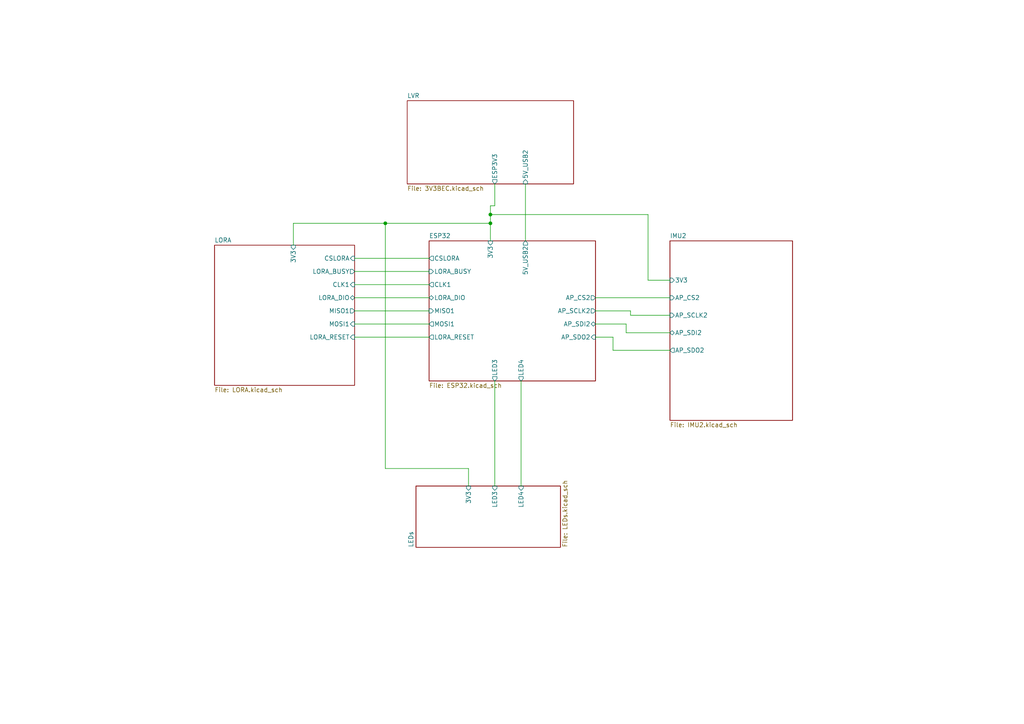
<source format=kicad_sch>
(kicad_sch
	(version 20250114)
	(generator "eeschema")
	(generator_version "9.0")
	(uuid "d4bb3431-6329-4908-a86a-41253c48b76b")
	(paper "A4")
	(title_block
		(title "ESP32 Board")
		(date "2025-10-18")
		(rev "2")
		(company "Team 0-06")
	)
	(lib_symbols)
	(junction
		(at 142.24 62.23)
		(diameter 0)
		(color 0 0 0 0)
		(uuid "7fcaa91b-e006-453d-8518-0750579d2fc7")
	)
	(junction
		(at 142.24 64.77)
		(diameter 0)
		(color 0 0 0 0)
		(uuid "d2264c0e-19b7-4933-849b-7db0aebbde29")
	)
	(junction
		(at 111.76 64.77)
		(diameter 0)
		(color 0 0 0 0)
		(uuid "d4a09b6f-77e2-43c0-9d4d-665ee6ee910b")
	)
	(wire
		(pts
			(xy 194.31 96.52) (xy 181.61 96.52)
		)
		(stroke
			(width 0)
			(type default)
		)
		(uuid "02596a9f-1205-4aca-92a6-926d7d12fa71")
	)
	(wire
		(pts
			(xy 142.24 64.77) (xy 111.76 64.77)
		)
		(stroke
			(width 0)
			(type default)
		)
		(uuid "0405dd10-4db4-4fe3-a50c-20d658e4fa41")
	)
	(wire
		(pts
			(xy 102.87 90.17) (xy 124.46 90.17)
		)
		(stroke
			(width 0)
			(type default)
		)
		(uuid "096b444f-f93d-4c48-a511-a3e0f44a0658")
	)
	(wire
		(pts
			(xy 102.87 74.93) (xy 124.46 74.93)
		)
		(stroke
			(width 0)
			(type default)
		)
		(uuid "0a84ade3-4d1e-43e3-a99a-1c7728fa1128")
	)
	(wire
		(pts
			(xy 102.87 97.79) (xy 124.46 97.79)
		)
		(stroke
			(width 0)
			(type default)
		)
		(uuid "1f6dff07-c237-4331-9b3d-19b5d04834e1")
	)
	(wire
		(pts
			(xy 194.31 91.44) (xy 182.88 91.44)
		)
		(stroke
			(width 0)
			(type default)
		)
		(uuid "284deaff-4d61-4aec-ab47-669b9f163dd7")
	)
	(wire
		(pts
			(xy 181.61 96.52) (xy 181.61 93.98)
		)
		(stroke
			(width 0)
			(type default)
		)
		(uuid "3aa64db0-85f5-4104-b419-b62fa0ac55e1")
	)
	(wire
		(pts
			(xy 135.89 135.89) (xy 135.89 140.97)
		)
		(stroke
			(width 0)
			(type default)
		)
		(uuid "3d054137-58ab-4fef-a109-95ef0489d4a0")
	)
	(wire
		(pts
			(xy 85.09 64.77) (xy 85.09 71.12)
		)
		(stroke
			(width 0)
			(type default)
		)
		(uuid "4358fa26-7a29-4b2c-9db9-f964daed509f")
	)
	(wire
		(pts
			(xy 102.87 78.74) (xy 124.46 78.74)
		)
		(stroke
			(width 0)
			(type default)
		)
		(uuid "4c3d63cd-d101-4310-86d3-d0358cd1bbdb")
	)
	(wire
		(pts
			(xy 102.87 82.55) (xy 124.46 82.55)
		)
		(stroke
			(width 0)
			(type default)
		)
		(uuid "69b0bd83-858c-41b6-880c-901e14cc2358")
	)
	(wire
		(pts
			(xy 182.88 90.17) (xy 172.72 90.17)
		)
		(stroke
			(width 0)
			(type default)
		)
		(uuid "6bf61784-104c-4d1f-b663-519ae449073b")
	)
	(wire
		(pts
			(xy 152.4 53.34) (xy 152.4 69.85)
		)
		(stroke
			(width 0)
			(type default)
		)
		(uuid "6fdb1135-56fe-4e33-8f90-63107316abe7")
	)
	(wire
		(pts
			(xy 142.24 59.69) (xy 143.51 59.69)
		)
		(stroke
			(width 0)
			(type default)
		)
		(uuid "71832b1a-00aa-4a19-b9e4-1e077eacc75f")
	)
	(wire
		(pts
			(xy 142.24 64.77) (xy 142.24 62.23)
		)
		(stroke
			(width 0)
			(type default)
		)
		(uuid "7851d20e-c3b4-403d-b758-ff6dbe1e44fe")
	)
	(wire
		(pts
			(xy 187.96 62.23) (xy 187.96 81.28)
		)
		(stroke
			(width 0)
			(type default)
		)
		(uuid "7db5d1b6-7d31-4cbf-9679-94f4a130303c")
	)
	(wire
		(pts
			(xy 102.87 93.98) (xy 124.46 93.98)
		)
		(stroke
			(width 0)
			(type default)
		)
		(uuid "8779206e-78d3-461d-86df-002823678024")
	)
	(wire
		(pts
			(xy 111.76 135.89) (xy 135.89 135.89)
		)
		(stroke
			(width 0)
			(type default)
		)
		(uuid "88932490-bb08-461f-b462-64d13066e7aa")
	)
	(wire
		(pts
			(xy 151.13 110.49) (xy 151.13 140.97)
		)
		(stroke
			(width 0)
			(type default)
		)
		(uuid "935381bd-1008-45ef-b943-542703b37ae4")
	)
	(wire
		(pts
			(xy 102.87 86.36) (xy 124.46 86.36)
		)
		(stroke
			(width 0)
			(type default)
		)
		(uuid "951469ef-e66a-4328-9f7d-208a70ec474e")
	)
	(wire
		(pts
			(xy 142.24 62.23) (xy 142.24 59.69)
		)
		(stroke
			(width 0)
			(type default)
		)
		(uuid "9813fcd4-c623-4654-9701-379883f59840")
	)
	(wire
		(pts
			(xy 143.51 59.69) (xy 143.51 53.34)
		)
		(stroke
			(width 0)
			(type default)
		)
		(uuid "9bb99663-f822-4213-9ff4-9c3c2da7939b")
	)
	(wire
		(pts
			(xy 142.24 62.23) (xy 187.96 62.23)
		)
		(stroke
			(width 0)
			(type default)
		)
		(uuid "a821a37a-0b0c-412c-96a5-b7b6f9f563f6")
	)
	(wire
		(pts
			(xy 111.76 64.77) (xy 85.09 64.77)
		)
		(stroke
			(width 0)
			(type default)
		)
		(uuid "acbab91a-2ff3-4cc1-a157-247c0f67d4ef")
	)
	(wire
		(pts
			(xy 177.8 97.79) (xy 172.72 97.79)
		)
		(stroke
			(width 0)
			(type default)
		)
		(uuid "bfa964f1-8455-447f-ab50-d1da2f64aec9")
	)
	(wire
		(pts
			(xy 182.88 91.44) (xy 182.88 90.17)
		)
		(stroke
			(width 0)
			(type default)
		)
		(uuid "ccb04fda-5956-4d3c-a27e-ca406bbca3c0")
	)
	(wire
		(pts
			(xy 177.8 101.6) (xy 177.8 97.79)
		)
		(stroke
			(width 0)
			(type default)
		)
		(uuid "e03c22eb-74b6-4c5c-b40c-6349fc7e51bd")
	)
	(wire
		(pts
			(xy 142.24 69.85) (xy 142.24 64.77)
		)
		(stroke
			(width 0)
			(type default)
		)
		(uuid "e37c4d9b-d6ea-41b5-bca2-11002711cd24")
	)
	(wire
		(pts
			(xy 172.72 86.36) (xy 194.31 86.36)
		)
		(stroke
			(width 0)
			(type default)
		)
		(uuid "e398ba59-778b-4d43-88e7-3d8f8e06d1ba")
	)
	(wire
		(pts
			(xy 111.76 64.77) (xy 111.76 135.89)
		)
		(stroke
			(width 0)
			(type default)
		)
		(uuid "e3ad9c98-9222-4b71-9e62-59c48263e34a")
	)
	(wire
		(pts
			(xy 172.72 93.98) (xy 181.61 93.98)
		)
		(stroke
			(width 0)
			(type default)
		)
		(uuid "e6af304c-03d2-4c57-81a2-84278afa6ec4")
	)
	(wire
		(pts
			(xy 187.96 81.28) (xy 194.31 81.28)
		)
		(stroke
			(width 0)
			(type default)
		)
		(uuid "ec31270a-3433-4c8f-8cf6-c391512feebc")
	)
	(wire
		(pts
			(xy 194.31 101.6) (xy 177.8 101.6)
		)
		(stroke
			(width 0)
			(type default)
		)
		(uuid "f5cc48ce-5579-4fc5-8b51-3ba46fe8c7e9")
	)
	(wire
		(pts
			(xy 143.51 110.49) (xy 143.51 140.97)
		)
		(stroke
			(width 0)
			(type default)
		)
		(uuid "f8e63897-a633-4ff6-82d7-aa72c9696d49")
	)
	(sheet
		(at 62.23 71.12)
		(size 40.64 40.64)
		(exclude_from_sim no)
		(in_bom yes)
		(on_board yes)
		(dnp no)
		(fields_autoplaced yes)
		(stroke
			(width 0.1524)
			(type solid)
		)
		(fill
			(color 0 0 0 0.0000)
		)
		(uuid "1522cfdc-61e8-4b4f-8433-5b116863fe1c")
		(property "Sheetname" "LORA"
			(at 62.23 70.4084 0)
			(effects
				(font
					(size 1.27 1.27)
				)
				(justify left bottom)
			)
		)
		(property "Sheetfile" "LORA.kicad_sch"
			(at 62.23 112.3446 0)
			(effects
				(font
					(size 1.27 1.27)
				)
				(justify left top)
			)
		)
		(pin "3V3" input
			(at 85.09 71.12 90)
			(uuid "5574f1e3-5215-426c-8d05-c767e5c2000b")
			(effects
				(font
					(size 1.27 1.27)
				)
				(justify right)
			)
		)
		(pin "LORA_BUSY" output
			(at 102.87 78.74 0)
			(uuid "7202b6ca-87e8-438b-b3b5-1450a19c2deb")
			(effects
				(font
					(size 1.27 1.27)
				)
				(justify right)
			)
		)
		(pin "LORA_DIO" bidirectional
			(at 102.87 86.36 0)
			(uuid "6e304e56-523a-46c8-a836-50011b310a07")
			(effects
				(font
					(size 1.27 1.27)
				)
				(justify right)
			)
		)
		(pin "LORA_RESET" input
			(at 102.87 97.79 0)
			(uuid "f1be616b-6c5b-4adf-b48e-bc72ad98e1c6")
			(effects
				(font
					(size 1.27 1.27)
				)
				(justify right)
			)
		)
		(pin "CLK1" input
			(at 102.87 82.55 0)
			(uuid "84c3d7f9-57f1-4c45-aa7c-28f7c139ed8a")
			(effects
				(font
					(size 1.27 1.27)
				)
				(justify right)
			)
		)
		(pin "CSLORA" input
			(at 102.87 74.93 0)
			(uuid "e6e6bcf6-54c8-474d-b163-4a451c85d11a")
			(effects
				(font
					(size 1.27 1.27)
				)
				(justify right)
			)
		)
		(pin "MISO1" output
			(at 102.87 90.17 0)
			(uuid "f930e1f2-59be-46e6-8caa-1a2863f2a2c1")
			(effects
				(font
					(size 1.27 1.27)
				)
				(justify right)
			)
		)
		(pin "MOSI1" input
			(at 102.87 93.98 0)
			(uuid "6ab766cb-cab7-4811-9bca-b2bc02b2237b")
			(effects
				(font
					(size 1.27 1.27)
				)
				(justify right)
			)
		)
		(instances
			(project "ESP32_Board_V2"
				(path "/d4bb3431-6329-4908-a86a-41253c48b76b"
					(page "4")
				)
			)
		)
	)
	(sheet
		(at 124.46 69.85)
		(size 48.26 40.64)
		(exclude_from_sim no)
		(in_bom yes)
		(on_board yes)
		(dnp no)
		(fields_autoplaced yes)
		(stroke
			(width 0.1524)
			(type solid)
		)
		(fill
			(color 0 0 0 0.0000)
		)
		(uuid "77f29de9-bd70-4b21-88c3-ea89bca7a374")
		(property "Sheetname" "ESP32"
			(at 124.46 69.1384 0)
			(effects
				(font
					(size 1.27 1.27)
				)
				(justify left bottom)
			)
		)
		(property "Sheetfile" "ESP32.kicad_sch"
			(at 124.46 111.0746 0)
			(effects
				(font
					(size 1.27 1.27)
				)
				(justify left top)
			)
		)
		(pin "3V3" input
			(at 142.24 69.85 90)
			(uuid "752ec4e6-a2bc-4f64-8f35-37180db491a3")
			(effects
				(font
					(size 1.27 1.27)
				)
				(justify right)
			)
		)
		(pin "5V_USB2" output
			(at 152.4 69.85 90)
			(uuid "36b62fd3-d0d3-4d1b-860e-8e828d2a015a")
			(effects
				(font
					(size 1.27 1.27)
				)
				(justify right)
			)
		)
		(pin "LED3" output
			(at 143.51 110.49 270)
			(uuid "d2519c6d-e0c0-4b07-b4f9-19353921f2e7")
			(effects
				(font
					(size 1.27 1.27)
				)
				(justify left)
			)
		)
		(pin "LED4" output
			(at 151.13 110.49 270)
			(uuid "5934fc0e-0fd8-409f-bb64-f5534d4d72b5")
			(effects
				(font
					(size 1.27 1.27)
				)
				(justify left)
			)
		)
		(pin "AP_CS2" output
			(at 172.72 86.36 0)
			(uuid "588d6066-2cc4-42f0-817c-6e9449407e6c")
			(effects
				(font
					(size 1.27 1.27)
				)
				(justify right)
			)
		)
		(pin "AP_SCLK2" output
			(at 172.72 90.17 0)
			(uuid "a7bec233-a957-4a77-93de-79461348033c")
			(effects
				(font
					(size 1.27 1.27)
				)
				(justify right)
			)
		)
		(pin "AP_SDI2" bidirectional
			(at 172.72 93.98 0)
			(uuid "04261251-3bbe-4e84-a381-45c7c6dd7677")
			(effects
				(font
					(size 1.27 1.27)
				)
				(justify right)
			)
		)
		(pin "AP_SDO2" input
			(at 172.72 97.79 0)
			(uuid "f7bd7b3a-2610-4412-bffa-edda67ce38c1")
			(effects
				(font
					(size 1.27 1.27)
				)
				(justify right)
			)
		)
		(pin "LORA_BUSY" input
			(at 124.46 78.74 180)
			(uuid "4b5e4b82-b702-4600-b221-acee3e8c5401")
			(effects
				(font
					(size 1.27 1.27)
				)
				(justify left)
			)
		)
		(pin "LORA_DIO" bidirectional
			(at 124.46 86.36 180)
			(uuid "1a72cb29-ba22-4d17-8aa0-88486a91d297")
			(effects
				(font
					(size 1.27 1.27)
				)
				(justify left)
			)
		)
		(pin "LORA_RESET" output
			(at 124.46 97.79 180)
			(uuid "dfbf883d-9127-4043-8081-b5b90de5af8a")
			(effects
				(font
					(size 1.27 1.27)
				)
				(justify left)
			)
		)
		(pin "CLK1" output
			(at 124.46 82.55 180)
			(uuid "ead37b95-e2db-4106-a1d6-3b385b67a5ba")
			(effects
				(font
					(size 1.27 1.27)
				)
				(justify left)
			)
		)
		(pin "CSLORA" output
			(at 124.46 74.93 180)
			(uuid "50b433f5-ee55-4872-9196-b9a390b870db")
			(effects
				(font
					(size 1.27 1.27)
				)
				(justify left)
			)
		)
		(pin "MISO1" input
			(at 124.46 90.17 180)
			(uuid "e51cccea-2684-4e3c-ab3c-d282e7dd0e41")
			(effects
				(font
					(size 1.27 1.27)
				)
				(justify left)
			)
		)
		(pin "MOSI1" output
			(at 124.46 93.98 180)
			(uuid "c28735e4-d5c3-4810-a133-cc0c07fb596d")
			(effects
				(font
					(size 1.27 1.27)
				)
				(justify left)
			)
		)
		(instances
			(project "ESP32_Board_V2"
				(path "/d4bb3431-6329-4908-a86a-41253c48b76b"
					(page "3")
				)
			)
		)
	)
	(sheet
		(at 118.11 29.21)
		(size 48.26 24.13)
		(exclude_from_sim no)
		(in_bom yes)
		(on_board yes)
		(dnp no)
		(fields_autoplaced yes)
		(stroke
			(width 0.1524)
			(type solid)
		)
		(fill
			(color 0 0 0 0.0000)
		)
		(uuid "a2d9209c-a444-4b7d-94ec-b2493a991d2a")
		(property "Sheetname" "LVR"
			(at 118.11 28.4984 0)
			(effects
				(font
					(size 1.27 1.27)
				)
				(justify left bottom)
			)
		)
		(property "Sheetfile" "3V3BEC.kicad_sch"
			(at 118.11 53.9246 0)
			(effects
				(font
					(size 1.27 1.27)
				)
				(justify left top)
			)
		)
		(pin "ESP3V3" output
			(at 143.51 53.34 270)
			(uuid "ec541368-4fbc-4d0b-94fb-2524de61a217")
			(effects
				(font
					(size 1.27 1.27)
				)
				(justify left)
			)
		)
		(pin "5V_USB2" input
			(at 152.4 53.34 270)
			(uuid "2d85edab-dddf-4bd0-826d-7cf7b5ab830e")
			(effects
				(font
					(size 1.27 1.27)
				)
				(justify left)
			)
		)
		(instances
			(project "ESP32_Board_V2"
				(path "/d4bb3431-6329-4908-a86a-41253c48b76b"
					(page "2")
				)
			)
		)
	)
	(sheet
		(at 194.31 69.85)
		(size 35.56 52.07)
		(exclude_from_sim no)
		(in_bom yes)
		(on_board yes)
		(dnp no)
		(fields_autoplaced yes)
		(stroke
			(width 0.1524)
			(type solid)
		)
		(fill
			(color 0 0 0 0.0000)
		)
		(uuid "bfed869f-e543-4eb5-aaab-a5410ee64748")
		(property "Sheetname" "IMU2"
			(at 194.31 69.1384 0)
			(effects
				(font
					(size 1.27 1.27)
				)
				(justify left bottom)
			)
		)
		(property "Sheetfile" "IMU2.kicad_sch"
			(at 194.31 122.5046 0)
			(effects
				(font
					(size 1.27 1.27)
				)
				(justify left top)
			)
		)
		(pin "3V3" input
			(at 194.31 81.28 180)
			(uuid "cb524245-2a1f-46ce-9573-17a9eff96b36")
			(effects
				(font
					(size 1.27 1.27)
				)
				(justify left)
			)
		)
		(pin "AP_CS2" input
			(at 194.31 86.36 180)
			(uuid "3a377a2b-0eda-4687-a84e-0f6891f58fc4")
			(effects
				(font
					(size 1.27 1.27)
				)
				(justify left)
			)
		)
		(pin "AP_SCLK2" input
			(at 194.31 91.44 180)
			(uuid "89566256-5084-412d-9a53-51a948b48f9f")
			(effects
				(font
					(size 1.27 1.27)
				)
				(justify left)
			)
		)
		(pin "AP_SDI2" bidirectional
			(at 194.31 96.52 180)
			(uuid "24e19ee1-2d79-4183-9910-197f59663722")
			(effects
				(font
					(size 1.27 1.27)
				)
				(justify left)
			)
		)
		(pin "AP_SDO2" output
			(at 194.31 101.6 180)
			(uuid "cffaf4d3-8d45-44a2-98de-f5395ad4056c")
			(effects
				(font
					(size 1.27 1.27)
				)
				(justify left)
			)
		)
		(instances
			(project "ESP32_Board_V2"
				(path "/d4bb3431-6329-4908-a86a-41253c48b76b"
					(page "5")
				)
			)
		)
	)
	(sheet
		(at 120.65 140.97)
		(size 41.91 17.78)
		(exclude_from_sim no)
		(in_bom yes)
		(on_board yes)
		(dnp no)
		(fields_autoplaced yes)
		(stroke
			(width 0.1524)
			(type solid)
		)
		(fill
			(color 0 0 0 0.0000)
		)
		(uuid "cbdf90b5-da3b-4997-9cab-883836b06ea2")
		(property "Sheetname" "LEDs"
			(at 119.9384 158.75 90)
			(effects
				(font
					(size 1.27 1.27)
				)
				(justify left bottom)
			)
		)
		(property "Sheetfile" "LEDs.kicad_sch"
			(at 163.1446 158.75 90)
			(effects
				(font
					(size 1.27 1.27)
				)
				(justify left top)
			)
		)
		(pin "LED3" input
			(at 143.51 140.97 90)
			(uuid "5c246774-64c6-40d7-94c0-bb9e68880f75")
			(effects
				(font
					(size 1.27 1.27)
				)
				(justify right)
			)
		)
		(pin "LED4" input
			(at 151.13 140.97 90)
			(uuid "3ccd07bb-2d75-488a-96a4-e9be12e9fb1a")
			(effects
				(font
					(size 1.27 1.27)
				)
				(justify right)
			)
		)
		(pin "3V3" input
			(at 135.89 140.97 90)
			(uuid "e219d9dd-c70f-4f67-9937-926a8d3d3745")
			(effects
				(font
					(size 1.27 1.27)
				)
				(justify right)
			)
		)
		(instances
			(project "ESP32_Board_V2"
				(path "/d4bb3431-6329-4908-a86a-41253c48b76b"
					(page "6")
				)
			)
		)
	)
	(sheet_instances
		(path "/"
			(page "1")
		)
	)
	(embedded_fonts no)
)

</source>
